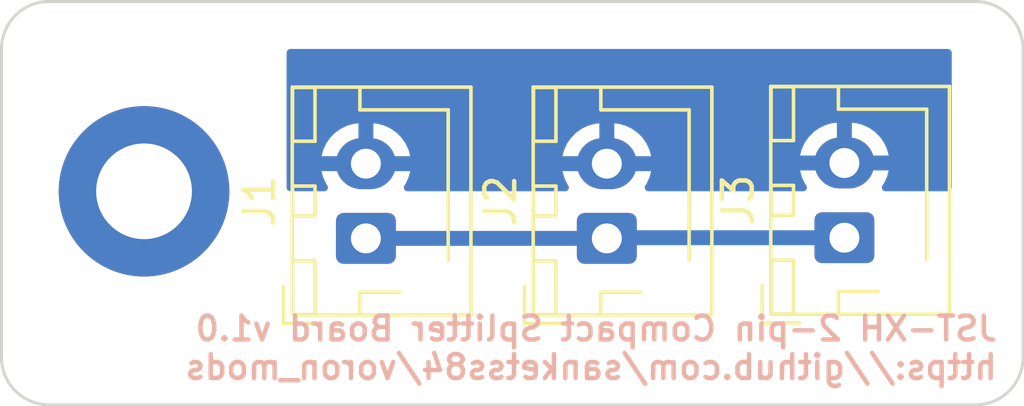
<source format=kicad_pcb>
(kicad_pcb (version 20221018) (generator pcbnew)
  (layers (0 "F.Cu" signal) (31 "B.Cu" signal) (34 "B.Paste" user) (35 "F.Paste" user) (36 "B.SilkS" user "B.Silkscreen") (37 "F.SilkS" user "F.Silkscreen") (38 "B.Mask" user) (39 "F.Mask" user) (44 "Edge.Cuts" user))
  (net 0 "")
  (net 1 "GND")
  (net 2 "+24V")
  (footprint "Connector_JST:JST_XH_B2B-XH-AM_1x02_P2.50mm_Vertical" (layer "F.Cu") (at 128.96875 80.15625 90)
    (fp_text reference "J2" (at 1.25 -3.55 90) (layer "F.SilkS"))
    (fp_text value "Conn_01x02")
    (fp_line (start -2.85 -2.75) (end -2.85 -1.5) (stroke (width 0.12)) (layer "F.SilkS"))
    (fp_line (start -2.56 -2.46) (end -2.56 3.51) (stroke (width 0.12)) (layer "F.SilkS"))
    (fp_line (start -2.56 3.51) (end 5.06 3.51) (stroke (width 0.12)) (layer "F.SilkS"))
    (fp_line (start -2.55 -2.45) (end -2.55 -1.7) (stroke (width 0.12)) (layer "F.SilkS"))
    (fp_line (start -2.55 -1.7) (end -0.75 -1.7) (stroke (width 0.12)) (layer "F.SilkS"))
    (fp_line (start -2.55 -0.2) (end -1.8 -0.2) (stroke (width 0.12)) (layer "F.SilkS"))
    (fp_line (start -1.8 -0.2) (end -1.8 1.14) (stroke (width 0.12)) (layer "F.SilkS"))
    (fp_line (start -1.6 -2.75) (end -2.85 -2.75) (stroke (width 0.12)) (layer "F.SilkS"))
    (fp_line (start -0.75 -2.45) (end -2.55 -2.45) (stroke (width 0.12)) (layer "F.SilkS"))
    (fp_line (start -0.75 -1.7) (end -0.75 -2.45) (stroke (width 0.12)) (layer "F.SilkS"))
    (fp_line (start 0.75 -2.45) (end 0.75 -1.7) (stroke (width 0.12)) (layer "F.SilkS"))
    (fp_line (start 0.75 -1.7) (end 1.75 -1.7) (stroke (width 0.12)) (layer "F.SilkS"))
    (fp_line (start 1.25 2.75) (end -0.74 2.75) (stroke (width 0.12)) (layer "F.SilkS"))
    (fp_line (start 1.75 -2.45) (end 0.75 -2.45) (stroke (width 0.12)) (layer "F.SilkS"))
    (fp_line (start 1.75 -1.7) (end 1.75 -2.45) (stroke (width 0.12)) (layer "F.SilkS"))
    (fp_line (start 3.25 -2.45) (end 3.25 -1.7) (stroke (width 0.12)) (layer "F.SilkS"))
    (fp_line (start 3.25 -1.7) (end 5.05 -1.7) (stroke (width 0.12)) (layer "F.SilkS"))
    (fp_line (start 4.3 -0.2) (end 4.3 2.75) (stroke (width 0.12)) (layer "F.SilkS"))
    (fp_line (start 4.3 2.75) (end 1.25 2.75) (stroke (width 0.12)) (layer "F.SilkS"))
    (fp_line (start 5.05 -2.45) (end 3.25 -2.45) (stroke (width 0.12)) (layer "F.SilkS"))
    (fp_line (start 5.05 -1.7) (end 5.05 -2.45) (stroke (width 0.12)) (layer "F.SilkS"))
    (fp_line (start 5.05 -0.2) (end 4.3 -0.2) (stroke (width 0.12)) (layer "F.SilkS"))
    (fp_line (start 5.06 -2.46) (end -2.56 -2.46) (stroke (width 0.12)) (layer "F.SilkS"))
    (fp_line (start 5.06 3.51) (end 5.06 -2.46) (stroke (width 0.12)) (layer "F.SilkS"))
    (pad "" np_thru_hole circle (at -1.6 2 90) (size 1.2 1.2) (drill 1.2) (layers "*.Cu" "*.Mask"))
    (pad "1" thru_hole roundrect (at 0 0 90) (size 1.7 2) (drill 1) (layers "*.Cu" "*.Mask") (roundrect_rratio 0.1470588235) (net 2 "+24V"))
    (pad "2" thru_hole oval (at 2.5 0 90) (size 1.7 2) (drill 1) (layers "*.Cu" "*.Mask") (net 1 "GND"))
  )
  (footprint "Connector_JST:JST_XH_B2B-XH-AM_1x02_P2.50mm_Vertical" (layer "F.Cu") (at 120.91875 80.15625 90)
    (fp_text reference "J1" (at 1.25 -3.55 90) (layer "F.SilkS"))
    (fp_text value "Conn_01x02")
    (fp_line (start -2.85 -2.75) (end -2.85 -1.5) (stroke (width 0.12)) (layer "F.SilkS"))
    (fp_line (start -2.56 -2.46) (end -2.56 3.51) (stroke (width 0.12)) (layer "F.SilkS"))
    (fp_line (start -2.56 3.51) (end 5.06 3.51) (stroke (width 0.12)) (layer "F.SilkS"))
    (fp_line (start -2.55 -2.45) (end -2.55 -1.7) (stroke (width 0.12)) (layer "F.SilkS"))
    (fp_line (start -2.55 -1.7) (end -0.75 -1.7) (stroke (width 0.12)) (layer "F.SilkS"))
    (fp_line (start -2.55 -0.2) (end -1.8 -0.2) (stroke (width 0.12)) (layer "F.SilkS"))
    (fp_line (start -1.8 -0.2) (end -1.8 1.14) (stroke (width 0.12)) (layer "F.SilkS"))
    (fp_line (start -1.6 -2.75) (end -2.85 -2.75) (stroke (width 0.12)) (layer "F.SilkS"))
    (fp_line (start -0.75 -2.45) (end -2.55 -2.45) (stroke (width 0.12)) (layer "F.SilkS"))
    (fp_line (start -0.75 -1.7) (end -0.75 -2.45) (stroke (width 0.12)) (layer "F.SilkS"))
    (fp_line (start 0.75 -2.45) (end 0.75 -1.7) (stroke (width 0.12)) (layer "F.SilkS"))
    (fp_line (start 0.75 -1.7) (end 1.75 -1.7) (stroke (width 0.12)) (layer "F.SilkS"))
    (fp_line (start 1.25 2.75) (end -0.74 2.75) (stroke (width 0.12)) (layer "F.SilkS"))
    (fp_line (start 1.75 -2.45) (end 0.75 -2.45) (stroke (width 0.12)) (layer "F.SilkS"))
    (fp_line (start 1.75 -1.7) (end 1.75 -2.45) (stroke (width 0.12)) (layer "F.SilkS"))
    (fp_line (start 3.25 -2.45) (end 3.25 -1.7) (stroke (width 0.12)) (layer "F.SilkS"))
    (fp_line (start 3.25 -1.7) (end 5.05 -1.7) (stroke (width 0.12)) (layer "F.SilkS"))
    (fp_line (start 4.3 -0.2) (end 4.3 2.75) (stroke (width 0.12)) (layer "F.SilkS"))
    (fp_line (start 4.3 2.75) (end 1.25 2.75) (stroke (width 0.12)) (layer "F.SilkS"))
    (fp_line (start 5.05 -2.45) (end 3.25 -2.45) (stroke (width 0.12)) (layer "F.SilkS"))
    (fp_line (start 5.05 -1.7) (end 5.05 -2.45) (stroke (width 0.12)) (layer "F.SilkS"))
    (fp_line (start 5.05 -0.2) (end 4.3 -0.2) (stroke (width 0.12)) (layer "F.SilkS"))
    (fp_line (start 5.06 -2.46) (end -2.56 -2.46) (stroke (width 0.12)) (layer "F.SilkS"))
    (fp_line (start 5.06 3.51) (end 5.06 -2.46) (stroke (width 0.12)) (layer "F.SilkS"))
    (pad "" np_thru_hole circle (at -1.6 2 90) (size 1.2 1.2) (drill 1.2) (layers "*.Cu" "*.Mask"))
    (pad "1" thru_hole roundrect (at 0 0 90) (size 1.7 2) (drill 1) (layers "*.Cu" "*.Mask") (roundrect_rratio 0.1470588235) (net 2 "+24V"))
    (pad "2" thru_hole oval (at 2.5 0 90) (size 1.7 2) (drill 1) (layers "*.Cu" "*.Mask") (net 1 "GND"))
  )
  (footprint "MountingHole:MountingHole_3.2mm_M3_ISO7380_Pad_TopBottom" (layer "F.Cu") (at 113.50625 78.58125)
    (fp_text reference "H1" hide)
    (fp_text value "MountingHole" hide)
    (pad "1" thru_hole circle (at 0 0) (size 3.6 3.6) (drill 3.2) (layers "*.Cu" "*.Mask"))
    (pad "1" connect circle (at 0 0) (size 5.7 5.7) (layers "F.Cu" "F.Mask"))
    (pad "1" connect circle (at 0 0) (size 5.7 5.7) (layers "B.Cu" "B.Mask"))
  )
  (footprint "Connector_JST:JST_XH_B2B-XH-AM_1x02_P2.50mm_Vertical" (layer "F.Cu") (at 136.90625 80.133891 90)
    (fp_text reference "J3" (at 1.25 -3.55 90) (layer "F.SilkS"))
    (fp_text value "Conn_01x02")
    (fp_line (start -2.85 -2.75) (end -2.85 -1.5) (stroke (width 0.12)) (layer "F.SilkS"))
    (fp_line (start -2.56 -2.46) (end -2.56 3.51) (stroke (width 0.12)) (layer "F.SilkS"))
    (fp_line (start -2.56 3.51) (end 5.06 3.51) (stroke (width 0.12)) (layer "F.SilkS"))
    (fp_line (start -2.55 -2.45) (end -2.55 -1.7) (stroke (width 0.12)) (layer "F.SilkS"))
    (fp_line (start -2.55 -1.7) (end -0.75 -1.7) (stroke (width 0.12)) (layer "F.SilkS"))
    (fp_line (start -2.55 -0.2) (end -1.8 -0.2) (stroke (width 0.12)) (layer "F.SilkS"))
    (fp_line (start -1.8 -0.2) (end -1.8 1.14) (stroke (width 0.12)) (layer "F.SilkS"))
    (fp_line (start -1.6 -2.75) (end -2.85 -2.75) (stroke (width 0.12)) (layer "F.SilkS"))
    (fp_line (start -0.75 -2.45) (end -2.55 -2.45) (stroke (width 0.12)) (layer "F.SilkS"))
    (fp_line (start -0.75 -1.7) (end -0.75 -2.45) (stroke (width 0.12)) (layer "F.SilkS"))
    (fp_line (start 0.75 -2.45) (end 0.75 -1.7) (stroke (width 0.12)) (layer "F.SilkS"))
    (fp_line (start 0.75 -1.7) (end 1.75 -1.7) (stroke (width 0.12)) (layer "F.SilkS"))
    (fp_line (start 1.25 2.75) (end -0.74 2.75) (stroke (width 0.12)) (layer "F.SilkS"))
    (fp_line (start 1.75 -2.45) (end 0.75 -2.45) (stroke (width 0.12)) (layer "F.SilkS"))
    (fp_line (start 1.75 -1.7) (end 1.75 -2.45) (stroke (width 0.12)) (layer "F.SilkS"))
    (fp_line (start 3.25 -2.45) (end 3.25 -1.7) (stroke (width 0.12)) (layer "F.SilkS"))
    (fp_line (start 3.25 -1.7) (end 5.05 -1.7) (stroke (width 0.12)) (layer "F.SilkS"))
    (fp_line (start 4.3 -0.2) (end 4.3 2.75) (stroke (width 0.12)) (layer "F.SilkS"))
    (fp_line (start 4.3 2.75) (end 1.25 2.75) (stroke (width 0.12)) (layer "F.SilkS"))
    (fp_line (start 5.05 -2.45) (end 3.25 -2.45) (stroke (width 0.12)) (layer "F.SilkS"))
    (fp_line (start 5.05 -1.7) (end 5.05 -2.45) (stroke (width 0.12)) (layer "F.SilkS"))
    (fp_line (start 5.05 -0.2) (end 4.3 -0.2) (stroke (width 0.12)) (layer "F.SilkS"))
    (fp_line (start 5.06 -2.46) (end -2.56 -2.46) (stroke (width 0.12)) (layer "F.SilkS"))
    (fp_line (start 5.06 3.51) (end 5.06 -2.46) (stroke (width 0.12)) (layer "F.SilkS"))
    (pad "" np_thru_hole circle (at -1.6 2 90) (size 1.2 1.2) (drill 1.2) (layers "*.Cu" "*.Mask"))
    (pad "1" thru_hole roundrect (at 0 0 90) (size 1.7 2) (drill 1) (layers "*.Cu" "*.Mask") (roundrect_rratio 0.1470588235) (net 2 "+24V"))
    (pad "2" thru_hole oval (at 2.5 0 90) (size 1.7 2) (drill 1) (layers "*.Cu" "*.Mask") (net 1 "GND"))
  )
  (gr_arc (start 110.33125 85.725) (mid 109.208718 85.260032) (end 108.74375 84.1375) (stroke (width 0.1)) (layer "Edge.Cuts"))
  (gr_arc (start 142.875 84.1375) (mid 142.410032 85.260032) (end 141.2875 85.725) (stroke (width 0.1)) (layer "Edge.Cuts"))
  (gr_line (start 108.74375 84.1375) (end 108.74375 73.81875) (stroke (width 0.1)) (layer "Edge.Cuts"))
  (gr_arc (start 108.74375 73.81875) (mid 109.208736 72.69625) (end 110.33125 72.23125) (stroke (width 0.1)) (layer "Edge.Cuts"))
  (gr_line (start 142.875 84.1375) (end 142.875 73.81875) (stroke (width 0.1)) (layer "Edge.Cuts"))
  (gr_line (start 141.2875 85.725) (end 110.33125 85.725) (stroke (width 0.1)) (layer "Edge.Cuts"))
  (gr_line (start 110.33125 72.23125) (end 141.2875 72.23125) (stroke (width 0.1)) (layer "Edge.Cuts"))
  (gr_arc (start 141.2875 72.23125) (mid 142.410014 72.696221) (end 142.875 73.81875) (stroke (width 0.1)) (layer "Edge.Cuts"))
  (gr_text "JST-XH 2-pin Compact Splitter Board v1.0 \nhttps://github.com/sanketss84/voron_mods" (at 142.08125 84.93125) (layer "B.SilkS") (effects (font (size 0.8 0.8)) (justify left bottom mirror)))
  (segment (start 136.90625 80.133891) (end 128.991109 80.133891) (width 0.5) (layer "B.Cu") (net 2))
  (segment (start 128.991109 80.133891) (end 128.96875 80.15625) (width 0.25) (layer "B.Cu") (net 2))
  (segment (start 128.96875 80.15625) (end 120.91875 80.15625) (width 0.5) (layer "B.Cu") (net 2))
  (zone (net 1) (net_name "GND") (layer "B.Cu") (connect_pads (clearance 0.5)) (min_thickness 0.25) (fill yes (thermal_gap 0.5) (thermal_bridge_width 0.5))
    (polygon (pts (xy 118.26875 73.81875) (xy 118.26875 78.58125) (xy 140.49375 78.58125) (xy 140.49375 73.81875)))
  )
)
</source>
